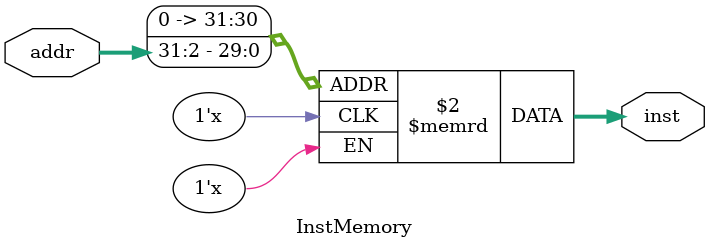
<source format=v>
`timescale 1ns / 1ps 


module InstMemory(
           input [31: 0] addr,
           output reg [31: 0] inst
       );

reg [31: 0] inst_file[63: 0];

always @(addr) begin
    inst = inst_file[addr >> 2];
end

endmodule

</source>
